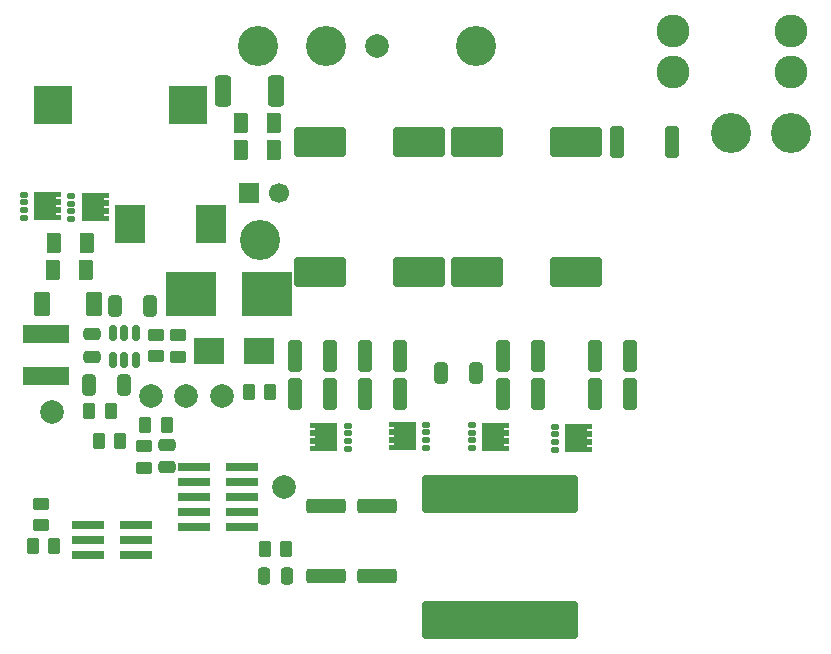
<source format=gts>
G04 #@! TF.GenerationSoftware,KiCad,Pcbnew,9.0.5*
G04 #@! TF.CreationDate,2025-12-26T12:12:57+01:00*
G04 #@! TF.ProjectId,peak-ignitor-box,7065616b-2d69-4676-9e69-746f722d626f,rev?*
G04 #@! TF.SameCoordinates,Original*
G04 #@! TF.FileFunction,Soldermask,Top*
G04 #@! TF.FilePolarity,Negative*
%FSLAX46Y46*%
G04 Gerber Fmt 4.6, Leading zero omitted, Abs format (unit mm)*
G04 Created by KiCad (PCBNEW 9.0.5) date 2025-12-26 12:12:57*
%MOMM*%
%LPD*%
G01*
G04 APERTURE LIST*
G04 Aperture macros list*
%AMRoundRect*
0 Rectangle with rounded corners*
0 $1 Rounding radius*
0 $2 $3 $4 $5 $6 $7 $8 $9 X,Y pos of 4 corners*
0 Add a 4 corners polygon primitive as box body*
4,1,4,$2,$3,$4,$5,$6,$7,$8,$9,$2,$3,0*
0 Add four circle primitives for the rounded corners*
1,1,$1+$1,$2,$3*
1,1,$1+$1,$4,$5*
1,1,$1+$1,$6,$7*
1,1,$1+$1,$8,$9*
0 Add four rect primitives between the rounded corners*
20,1,$1+$1,$2,$3,$4,$5,0*
20,1,$1+$1,$4,$5,$6,$7,0*
20,1,$1+$1,$6,$7,$8,$9,0*
20,1,$1+$1,$8,$9,$2,$3,0*%
%AMFreePoly0*
4,1,17,1.371000,0.720000,0.950000,0.720000,0.950000,0.580000,1.370000,0.580000,1.370000,0.080000,0.950000,0.080000,0.950000,-0.080000,1.370000,-0.080000,1.370000,-0.580000,0.950000,-0.580000,0.950000,-0.720000,1.370000,-0.720000,1.370000,-1.225000,-0.950000,-1.225000,-0.950000,1.225000,1.371000,1.225000,1.371000,0.720000,1.371000,0.720000,$1*%
%AMFreePoly1*
4,1,19,1.371000,0.720000,0.950000,0.720000,0.950000,0.580000,1.370000,0.580000,1.370000,0.080000,0.950000,0.080000,0.950000,-0.080000,1.370000,-0.080000,1.370000,-0.580000,0.950000,-0.580000,0.950000,-0.720000,1.370000,-0.720000,1.370000,-1.225000,0.949960,-1.225000,-0.949960,-1.225000,-0.950000,-1.225000,-0.950000,1.225000,1.371000,1.225000,1.371000,0.720000,1.371000,0.720000,
$1*%
G04 Aperture macros list end*
%ADD10R,2.500000X2.300000*%
%ADD11RoundRect,0.250000X-0.375000X-0.625000X0.375000X-0.625000X0.375000X0.625000X-0.375000X0.625000X0*%
%ADD12RoundRect,0.250000X0.425000X1.075000X-0.425000X1.075000X-0.425000X-1.075000X0.425000X-1.075000X0*%
%ADD13R,2.500000X3.300000*%
%ADD14R,3.175000X3.300000*%
%ADD15RoundRect,0.250000X-0.262500X-0.450000X0.262500X-0.450000X0.262500X0.450000X-0.262500X0.450000X0*%
%ADD16R,1.700000X1.700000*%
%ADD17C,1.700000*%
%ADD18RoundRect,0.250000X-0.325000X-1.100000X0.325000X-1.100000X0.325000X1.100000X-0.325000X1.100000X0*%
%ADD19RoundRect,0.250000X-0.450000X-0.800000X0.450000X-0.800000X0.450000X0.800000X-0.450000X0.800000X0*%
%ADD20RoundRect,0.125000X-0.190000X-0.125000X0.190000X-0.125000X0.190000X0.125000X-0.190000X0.125000X0*%
%ADD21FreePoly0,0.000000*%
%ADD22RoundRect,0.250000X0.450000X-0.262500X0.450000X0.262500X-0.450000X0.262500X-0.450000X-0.262500X0*%
%ADD23C,2.780000*%
%ADD24C,2.000000*%
%ADD25RoundRect,0.250000X0.325000X1.100000X-0.325000X1.100000X-0.325000X-1.100000X0.325000X-1.100000X0*%
%ADD26RoundRect,0.250000X-0.475000X0.250000X-0.475000X-0.250000X0.475000X-0.250000X0.475000X0.250000X0*%
%ADD27RoundRect,0.250000X-0.325000X-0.650000X0.325000X-0.650000X0.325000X0.650000X-0.325000X0.650000X0*%
%ADD28RoundRect,0.250000X1.950000X1.000000X-1.950000X1.000000X-1.950000X-1.000000X1.950000X-1.000000X0*%
%ADD29RoundRect,0.250000X-0.250000X-0.475000X0.250000X-0.475000X0.250000X0.475000X-0.250000X0.475000X0*%
%ADD30RoundRect,0.250000X0.325000X0.650000X-0.325000X0.650000X-0.325000X-0.650000X0.325000X-0.650000X0*%
%ADD31C,3.400000*%
%ADD32R,4.000000X1.500000*%
%ADD33RoundRect,0.250000X-0.362500X-1.075000X0.362500X-1.075000X0.362500X1.075000X-0.362500X1.075000X0*%
%ADD34RoundRect,0.125000X0.190000X0.125000X-0.190000X0.125000X-0.190000X-0.125000X0.190000X-0.125000X0*%
%ADD35FreePoly1,180.000000*%
%ADD36RoundRect,0.250000X-1.950000X-1.000000X1.950000X-1.000000X1.950000X1.000000X-1.950000X1.000000X0*%
%ADD37RoundRect,0.250000X-1.425000X0.362500X-1.425000X-0.362500X1.425000X-0.362500X1.425000X0.362500X0*%
%ADD38RoundRect,0.250000X0.475000X-0.250000X0.475000X0.250000X-0.475000X0.250000X-0.475000X-0.250000X0*%
%ADD39R,4.245000X3.810000*%
%ADD40RoundRect,0.250000X0.262500X0.450000X-0.262500X0.450000X-0.262500X-0.450000X0.262500X-0.450000X0*%
%ADD41R,2.760000X0.650000*%
%ADD42RoundRect,0.250000X-0.450000X0.262500X-0.450000X-0.262500X0.450000X-0.262500X0.450000X0.262500X0*%
%ADD43RoundRect,0.249999X6.350001X-1.340001X6.350001X1.340001X-6.350001X1.340001X-6.350001X-1.340001X0*%
%ADD44RoundRect,0.150000X0.150000X-0.512500X0.150000X0.512500X-0.150000X0.512500X-0.150000X-0.512500X0*%
G04 APERTURE END LIST*
D10*
X215575000Y-103475000D03*
X219875000Y-103475000D03*
D11*
X202425000Y-96600000D03*
X205225000Y-96600000D03*
D12*
X221300000Y-81450000D03*
X216800000Y-81450000D03*
D11*
X202450000Y-94350000D03*
X205250000Y-94350000D03*
D13*
X208950000Y-92700000D03*
X215750000Y-92700000D03*
D14*
X202435000Y-82650000D03*
X213865000Y-82650000D03*
D11*
X218300000Y-84150000D03*
X221100000Y-84150000D03*
X218350000Y-86400000D03*
X221150000Y-86400000D03*
D15*
X205492500Y-108500000D03*
X207317500Y-108500000D03*
D16*
X219025000Y-90050000D03*
D17*
X221565000Y-90050000D03*
D18*
X228800000Y-103900000D03*
X231750000Y-103900000D03*
D19*
X201450000Y-99475000D03*
X205850000Y-99475000D03*
D20*
X199910000Y-90220000D03*
X199910000Y-90860000D03*
X199910000Y-91520000D03*
X199910000Y-92160000D03*
D21*
X201735000Y-91190000D03*
D22*
X213025000Y-103937500D03*
X213025000Y-102112500D03*
D23*
X254940000Y-76400000D03*
X254940000Y-79800000D03*
X264860000Y-76400000D03*
X264860000Y-79800000D03*
D24*
X222000000Y-115000000D03*
D25*
X243475000Y-103900000D03*
X240525000Y-103900000D03*
D26*
X212080000Y-111400000D03*
X212080000Y-113300000D03*
D27*
X205430000Y-106300000D03*
X208380000Y-106300000D03*
D28*
X246710000Y-85770000D03*
X238310000Y-85770000D03*
D15*
X210192500Y-109700000D03*
X212017500Y-109700000D03*
D29*
X220300000Y-122500000D03*
X222200000Y-122500000D03*
D30*
X210625000Y-99675000D03*
X207675000Y-99675000D03*
D24*
X213705000Y-107250000D03*
D15*
X200675000Y-120000000D03*
X202500000Y-120000000D03*
D31*
X225500000Y-77600000D03*
D32*
X201850000Y-101975000D03*
X201850000Y-105575000D03*
D33*
X250187500Y-85750000D03*
X254812500Y-85750000D03*
D24*
X216705000Y-107250000D03*
D34*
X234000000Y-111640000D03*
X234000000Y-111000000D03*
X234000000Y-110340000D03*
X234000000Y-109700000D03*
D35*
X232175000Y-110670000D03*
D36*
X225000000Y-85800000D03*
X233400000Y-85800000D03*
D37*
X229807500Y-116587500D03*
X229807500Y-122512500D03*
D24*
X210705000Y-107250000D03*
D38*
X205750000Y-103925000D03*
X205750000Y-102025000D03*
D15*
X218992500Y-106900000D03*
X220817500Y-106900000D03*
D31*
X264900000Y-85000000D03*
D39*
X214112500Y-98650000D03*
X220487500Y-98650000D03*
D22*
X201350000Y-118212500D03*
X201350000Y-116387500D03*
D34*
X227375000Y-111712500D03*
X227375000Y-111072500D03*
X227375000Y-110412500D03*
X227375000Y-109772500D03*
D35*
X225550000Y-110742500D03*
D25*
X225825000Y-107100000D03*
X222875000Y-107100000D03*
D18*
X228800000Y-107100000D03*
X231750000Y-107100000D03*
D37*
X225507500Y-116587500D03*
X225507500Y-122512500D03*
D20*
X244870000Y-109870000D03*
X244870000Y-110510000D03*
X244870000Y-111170000D03*
X244870000Y-111810000D03*
D21*
X246695000Y-110840000D03*
D20*
X203950000Y-90330000D03*
X203950000Y-90970000D03*
X203950000Y-91630000D03*
X203950000Y-92270000D03*
D21*
X205775000Y-91300000D03*
D28*
X246692500Y-96780000D03*
X238292500Y-96780000D03*
D40*
X222162500Y-120250000D03*
X220337500Y-120250000D03*
D41*
X205380000Y-118230000D03*
X209420000Y-118230000D03*
X205380000Y-119500000D03*
X209420000Y-119500000D03*
X205380000Y-120770000D03*
X209420000Y-120770000D03*
X214350763Y-113260000D03*
X218390763Y-113260000D03*
X214350763Y-114530000D03*
X218390763Y-114530000D03*
X214350763Y-115800000D03*
X218390763Y-115800000D03*
X214350763Y-117070000D03*
X218390763Y-117070000D03*
X214350763Y-118340000D03*
X218390763Y-118340000D03*
D18*
X248275000Y-103900000D03*
X251225000Y-103900000D03*
D31*
X238255000Y-77600000D03*
D20*
X237870000Y-109732500D03*
X237870000Y-110372500D03*
X237870000Y-111032500D03*
X237870000Y-111672500D03*
D21*
X239695000Y-110702500D03*
D24*
X229805000Y-77600000D03*
D25*
X225825000Y-103900000D03*
X222875000Y-103900000D03*
D27*
X235237500Y-105300000D03*
X238187500Y-105300000D03*
D42*
X210080000Y-111525000D03*
X210080000Y-113350000D03*
D43*
X240257500Y-126200000D03*
X240257500Y-115600000D03*
D42*
X211150000Y-102062500D03*
X211150000Y-103887500D03*
D25*
X243450000Y-107100000D03*
X240500000Y-107100000D03*
D31*
X219950000Y-94050000D03*
D24*
X202305000Y-108600000D03*
D40*
X208112500Y-111100000D03*
X206287500Y-111100000D03*
D36*
X225000000Y-96800000D03*
X233400000Y-96800000D03*
D44*
X207500000Y-104212500D03*
X208450000Y-104212500D03*
X209400000Y-104212500D03*
X209400000Y-101937500D03*
X208450000Y-101937500D03*
X207500000Y-101937500D03*
D31*
X259800000Y-85000000D03*
D18*
X248300000Y-107100000D03*
X251250000Y-107100000D03*
D31*
X219750000Y-77600000D03*
M02*

</source>
